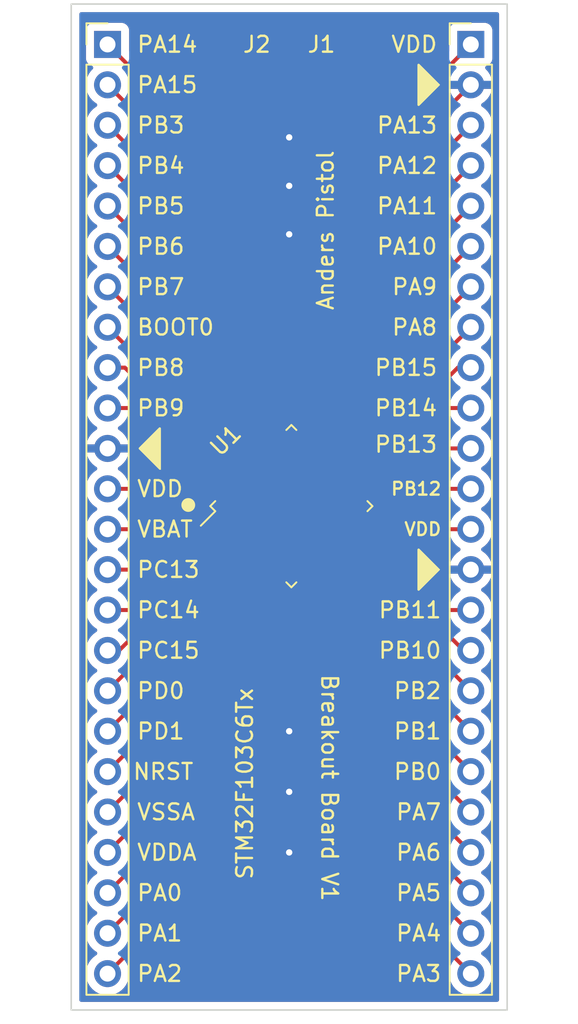
<source format=kicad_pcb>
(kicad_pcb (version 20211014) (generator pcbnew)
  (layers (0 "F.Cu" signal) (31 "B.Cu" signal) (34 "B.Paste" user) (35 "F.Paste" user) (36 "B.SilkS" user "B.Silkscreen") (37 "F.SilkS" user "F.Silkscreen") (38 "B.Mask" user) (39 "F.Mask" user) (44 "Edge.Cuts" user))
  (net 0 "")
  (net 1 "Net-(U1-Pad36)")
  (net 2 "Net-(J1-Pad5)")
  (net 3 "Net-(J1-Pad4)")
  (net 4 "Net-(J1-Pad3)")
  (net 5 "Net-(U1-Pad27)")
  (net 6 "Net-(U1-Pad28)")
  (net 7 "Net-(U1-Pad29)")
  (net 8 "Net-(U1-Pad30)")
  (net 9 "Net-(U1-Pad31)")
  (net 10 "Net-(J1-Pad16)")
  (net 11 "Net-(J1-Pad15)")
  (net 12 "Net-(U1-Pad24)")
  (net 13 "Net-(J1-Pad12)")
  (net 14 "Net-(U1-Pad26)")
  (net 15 "Net-(J1-Pad19)")
  (net 16 "Net-(J1-Pad18)")
  (net 17 "Net-(J1-Pad17)")
  (net 18 "Net-(U1-Pad13)")
  (net 19 "Net-(U1-Pad14)")
  (net 20 "Net-(U1-Pad15)")
  (net 21 "Net-(U1-Pad16)")
  (net 22 "Net-(U1-Pad17)")
  (net 23 "Net-(J2-Pad22)")
  (net 24 "Net-(J2-Pad23)")
  (net 25 "Net-(J2-Pad24)")
  (net 26 "Net-(J2-Pad17)")
  (net 27 "Net-(U1-Pad6)")
  (net 28 "Net-(U1-Pad7)")
  (net 29 "Net-(U1-Pad8)")
  (net 30 "Net-(U1-Pad9)")
  (net 31 "Net-(J2-Pad14)")
  (net 32 "Net-(J2-Pad15)")
  (net 33 "Net-(J2-Pad16)")
  (net 34 "Net-(J2-Pad13)")
  (net 35 "Net-(J2-Pad12)")
  (net 36 "Net-(J2-Pad8)")
  (net 37 "Net-(J2-Pad9)")
  (net 38 "Net-(J2-Pad10)")
  (net 39 "Net-(U1-Pad40)")
  (net 40 "Net-(J2-Pad5)")
  (net 41 "Net-(J2-Pad6)")
  (net 42 "Net-(J2-Pad7)")
  (net 43 "Net-(U1-Pad39)")
  (net 44 "Net-(U1-Pad37)")
  (net 45 "Net-(U1-Pad38)")
  (net 46 "GND")
  (footprint "Package_QFP:LQFP-48_7x7mm_P0.5mm" (layer "F.Cu") (at 136.789231 98.624105 45)
    (fp_text reference "U1" (at 0 -5.85 45) (layer "F.SilkS"))
    (fp_text value "STM32F103C6Tx")
    (fp_line (start -3.16 3.61) (end -3.61 3.61) (layer "F.SilkS") (width 0.12))
    (fp_line (start 3.61 3.61) (end 3.61 3.16) (layer "F.SilkS") (width 0.12))
    (fp_line (start 3.16 3.61) (end 3.61 3.61) (layer "F.SilkS") (width 0.12))
    (fp_line (start -3.61 3.61) (end -3.61 3.16) (layer "F.SilkS") (width 0.12))
    (fp_line (start 3.61 -3.61) (end 3.61 -3.16) (layer "F.SilkS") (width 0.12))
    (fp_line (start -3.16 -3.61) (end -3.61 -3.61) (layer "F.SilkS") (width 0.12))
    (fp_line (start -3.61 -3.16) (end -4.9 -3.16) (layer "F.SilkS") (width 0.12))
    (fp_line (start 3.16 -3.61) (end 3.61 -3.61) (layer "F.SilkS") (width 0.12))
    (fp_line (start -3.61 -3.61) (end -3.61 -3.16) (layer "F.SilkS") (width 0.12))
    (pad "1" smd roundrect (at -4.1625 -2.75 45) (size 1.475 0.3) (layers "F.Cu" "F.Paste" "F.Mask") (net 34 "Net-(J2-Pad13)"))
    (pad "2" smd roundrect (at -4.1625 -2.25 45) (size 1.475 0.3) (layers "F.Cu" "F.Paste" "F.Mask") (net 31 "Net-(J2-Pad14)"))
    (pad "3" smd roundrect (at -4.1625 -1.75 45) (size 1.475 0.3) (layers "F.Cu" "F.Paste" "F.Mask") (net 32 "Net-(J2-Pad15)"))
    (pad "4" smd roundrect (at -4.1625 -1.25 45) (size 1.475 0.3) (layers "F.Cu" "F.Paste" "F.Mask") (net 33 "Net-(J2-Pad16)"))
    (pad "5" smd roundrect (at -4.1625 -0.75 45) (size 1.475 0.3) (layers "F.Cu" "F.Paste" "F.Mask") (net 26 "Net-(J2-Pad17)"))
    (pad "6" smd roundrect (at -4.1625 -0.25 45) (size 1.475 0.3) (layers "F.Cu" "F.Paste" "F.Mask") (net 27 "Net-(U1-Pad6)"))
    (pad "7" smd roundrect (at -4.1625 0.25 45) (size 1.475 0.3) (layers "F.Cu" "F.Paste" "F.Mask") (net 28 "Net-(U1-Pad7)"))
    (pad "8" smd roundrect (at -4.1625 0.75 45) (size 1.475 0.3) (layers "F.Cu" "F.Paste" "F.Mask") (net 29 "Net-(U1-Pad8)"))
    (pad "9" smd roundrect (at -4.1625 1.25 45) (size 1.475 0.3) (layers "F.Cu" "F.Paste" "F.Mask") (net 30 "Net-(U1-Pad9)"))
    (pad "10" smd roundrect (at -4.1625 1.75 45) (size 1.475 0.3) (layers "F.Cu" "F.Paste" "F.Mask") (net 23 "Net-(J2-Pad22)"))
    (pad "11" smd roundrect (at -4.1625 2.25 45) (size 1.475 0.3) (layers "F.Cu" "F.Paste" "F.Mask") (net 24 "Net-(J2-Pad23)"))
    (pad "12" smd roundrect (at -4.1625 2.75 45) (size 1.475 0.3) (layers "F.Cu" "F.Paste" "F.Mask") (net 25 "Net-(J2-Pad24)"))
    (pad "13" smd roundrect (at -2.75 4.1625 45) (size 0.3 1.475) (layers "F.Cu" "F.Paste" "F.Mask") (net 18 "Net-(U1-Pad13)"))
    (pad "14" smd roundrect (at -2.25 4.1625 45) (size 0.3 1.475) (layers "F.Cu" "F.Paste" "F.Mask") (net 19 "Net-(U1-Pad14)"))
    (pad "15" smd roundrect (at -1.75 4.1625 45) (size 0.3 1.475) (layers "F.Cu" "F.Paste" "F.Mask") (net 20 "Net-(U1-Pad15)"))
    (pad "16" smd roundrect (at -1.25 4.1625 45) (size 0.3 1.475) (layers "F.Cu" "F.Paste" "F.Mask") (net 21 "Net-(U1-Pad16)"))
    (pad "17" smd roundrect (at -0.75 4.1625 45) (size 0.3 1.475) (layers "F.Cu" "F.Paste" "F.Mask") (net 22 "Net-(U1-Pad17)"))
    (pad "18" smd roundrect (at -0.25 4.1625 45) (size 0.3 1.475) (layers "F.Cu" "F.Paste" "F.Mask") (net 15 "Net-(J1-Pad19)"))
    (pad "19" smd roundrect (at 0.25 4.1625 45) (size 0.3 1.475) (layers "F.Cu" "F.Paste" "F.Mask") (net 16 "Net-(J1-Pad18)"))
    (pad "20" smd roundrect (at 0.75 4.1625 45) (size 0.3 1.475) (layers "F.Cu" "F.Paste" "F.Mask") (net 17 "Net-(J1-Pad17)"))
    (pad "21" smd roundrect (at 1.25 4.1625 45) (size 0.3 1.475) (layers "F.Cu" "F.Paste" "F.Mask") (net 10 "Net-(J1-Pad16)"))
    (pad "22" smd roundrect (at 1.75 4.1625 45) (size 0.3 1.475) (layers "F.Cu" "F.Paste" "F.Mask") (net 11 "Net-(J1-Pad15)"))
    (pad "23" smd roundrect (at 2.25 4.1625 45) (size 0.3 1.475) (layers "F.Cu" "F.Paste" "F.Mask") (net 46 "GND"))
    (pad "24" smd roundrect (at 2.75 4.1625 45) (size 0.3 1.475) (layers "F.Cu" "F.Paste" "F.Mask") (net 12 "Net-(U1-Pad24)"))
    (pad "25" smd roundrect (at 4.1625 2.75 45) (size 1.475 0.3) (layers "F.Cu" "F.Paste" "F.Mask") (net 13 "Net-(J1-Pad12)"))
    (pad "26" smd roundrect (at 4.1625 2.25 45) (size 1.475 0.3) (layers "F.Cu" "F.Paste" "F.Mask") (net 14 "Net-(U1-Pad26)"))
    (pad "27" smd roundrect (at 4.1625 1.75 45) (size 1.475 0.3) (layers "F.Cu" "F.Paste" "F.Mask") (net 5 "Net-(U1-Pad27)"))
    (pad "28" smd roundrect (at 4.1625 1.25 45) (size 1.475 0.3) (layers "F.Cu" "F.Paste" "F.Mask") (net 6 "Net-(U1-Pad28)"))
    (pad "29" smd roundrect (at 4.1625 0.75 45) (size 1.475 0.3) (layers "F.Cu" "F.Paste" "F.Mask") (net 7 "Net-(U1-Pad29)"))
    (pad "30" smd roundrect (at 4.1625 0.25 45) (size 1.475 0.3) (layers "F.Cu" "F.Paste" "F.Mask") (net 8 "Net-(U1-Pad30)"))
    (pad "31" smd roundrect (at 4.1625 -0.25 45) (size 1.475 0.3) (layers "F.Cu" "F.Paste" "F.Mask") (net 9 "Net-(U1-Pad31)"))
    (pad "32" smd roundrect (at 4.1625 -0.75 45) (size 1.475 0.3) (layers "F.Cu" "F.Paste" "F.Mask") (net 2 "Net-(J1-Pad5)"))
    (pad "33" smd roundrect (at 4.1625 -1.25 45) (size 1.475 0.3) (layers "F.Cu" "F.Paste" "F.Mask") (net 3 "Net-(J1-Pad4)"))
    (pad "34" smd roundrect (at 4.1625 -1.75 45) (size 1.475 0.3) (layers "F.Cu" "F.Paste" "F.Mask") (net 4 "Net-(J1-Pad3)"))
    (pad "35" smd roundrect (at 4.1625 -2.25 45) (size 1.475 0.3) (layers "F.Cu" "F.Paste" "F.Mask") (net 46 "GND"))
    (pad "36" smd roundrect (at 4.1625 -2.75 45) (size 1.475 0.3) (layers "F.Cu" "F.Paste" "F.Mask") (net 1 "Net-(U1-Pad36)"))
    (pad "37" smd roundrect (at 2.75 -4.1625 45) (size 0.3 1.475) (layers "F.Cu" "F.Paste" "F.Mask") (net 44 "Net-(U1-Pad37)"))
    (pad "38" smd roundrect (at 2.25 -4.1625 45) (size 0.3 1.475) (layers "F.Cu" "F.Paste" "F.Mask") (net 45 "Net-(U1-Pad38)"))
    (pad "39" smd roundrect (at 1.75 -4.1625 45) (size 0.3 1.475) (layers "F.Cu" "F.Paste" "F.Mask") (net 43 "Net-(U1-Pad39)"))
    (pad "40" smd roundrect (at 1.25 -4.1625 45) (size 0.3 1.475) (layers "F.Cu" "F.Paste" "F.Mask") (net 39 "Net-(U1-Pad40)"))
    (pad "41" smd roundrect (at 0.75 -4.1625 45) (size 0.3 1.475) (layers "F.Cu" "F.Paste" "F.Mask") (net 40 "Net-(J2-Pad5)"))
    (pad "42" smd roundrect (at 0.25 -4.1625 45) (size 0.3 1.475) (layers "F.Cu" "F.Paste" "F.Mask") (net 41 "Net-(J2-Pad6)"))
    (pad "43" smd roundrect (at -0.25 -4.1625 45) (size 0.3 1.475) (layers "F.Cu" "F.Paste" "F.Mask") (net 42 "Net-(J2-Pad7)"))
    (pad "44" smd roundrect (at -0.75 -4.1625 45) (size 0.3 1.475) (layers "F.Cu" "F.Paste" "F.Mask") (net 36 "Net-(J2-Pad8)"))
    (pad "45" smd roundrect (at -1.25 -4.1625 45) (size 0.3 1.475) (layers "F.Cu" "F.Paste" "F.Mask") (net 37 "Net-(J2-Pad9)"))
    (pad "46" smd roundrect (at -1.75 -4.1625 45) (size 0.3 1.475) (layers "F.Cu" "F.Paste" "F.Mask") (net 38 "Net-(J2-Pad10)"))
    (pad "47" smd roundrect (at -2.25 -4.1625 45) (size 0.3 1.475) (layers "F.Cu" "F.Paste" "F.Mask") (net 46 "GND"))
    (pad "48" smd roundrect (at -2.75 -4.1625 45) (size 0.3 1.475) (layers "F.Cu" "F.Paste" "F.Mask") (net 35 "Net-(J2-Pad12)"))
  )
  (footprint "Connector_PinHeader_2.54mm:PinHeader_1x24_P2.54mm_Vertical" (layer "F.Cu") (at 125.222 69.596)
    (fp_text reference "J2" (at 9.398 0) (layer "F.SilkS"))
    (fp_text value "Conn_01x24_Male")
    (fp_line (start -1.33 59.75) (end 1.33 59.75) (layer "F.SilkS") (width 0.12))
    (fp_line (start 1.33 1.27) (end 1.33 59.75) (layer "F.SilkS") (width 0.12))
    (fp_line (start -1.33 -1.33) (end 0 -1.33) (layer "F.SilkS") (width 0.12))
    (fp_line (start -1.33 1.27) (end 1.33 1.27) (layer "F.SilkS") (width 0.12))
    (fp_line (start -1.33 1.27) (end -1.33 59.75) (layer "F.SilkS") (width 0.12))
    (fp_line (start -1.33 0) (end -1.33 -1.33) (layer "F.SilkS") (width 0.12))
    (pad "1" thru_hole rect (at 0 0) (size 1.7 1.7) (drill 1) (layers *.Cu *.Mask) (net 44 "Net-(U1-Pad37)"))
    (pad "2" thru_hole oval (at 0 2.54) (size 1.7 1.7) (drill 1) (layers *.Cu *.Mask) (net 45 "Net-(U1-Pad38)"))
    (pad "3" thru_hole oval (at 0 5.08) (size 1.7 1.7) (drill 1) (layers *.Cu *.Mask) (net 43 "Net-(U1-Pad39)"))
    (pad "4" thru_hole oval (at 0 7.62) (size 1.7 1.7) (drill 1) (layers *.Cu *.Mask) (net 39 "Net-(U1-Pad40)"))
    (pad "5" thru_hole oval (at 0 10.16) (size 1.7 1.7) (drill 1) (layers *.Cu *.Mask) (net 40 "Net-(J2-Pad5)"))
    (pad "6" thru_hole oval (at 0 12.7) (size 1.7 1.7) (drill 1) (layers *.Cu *.Mask) (net 41 "Net-(J2-Pad6)"))
    (pad "7" thru_hole oval (at 0 15.24) (size 1.7 1.7) (drill 1) (layers *.Cu *.Mask) (net 42 "Net-(J2-Pad7)"))
    (pad "8" thru_hole oval (at 0 17.78) (size 1.7 1.7) (drill 1) (layers *.Cu *.Mask) (net 36 "Net-(J2-Pad8)"))
    (pad "9" thru_hole oval (at 0 20.32) (size 1.7 1.7) (drill 1) (layers *.Cu *.Mask) (net 37 "Net-(J2-Pad9)"))
    (pad "10" thru_hole oval (at 0 22.86) (size 1.7 1.7) (drill 1) (layers *.Cu *.Mask) (net 38 "Net-(J2-Pad10)"))
    (pad "11" thru_hole oval (at 0 25.4) (size 1.7 1.7) (drill 1) (layers *.Cu *.Mask) (net 46 "GND"))
    (pad "12" thru_hole oval (at 0 27.94) (size 1.7 1.7) (drill 1) (layers *.Cu *.Mask) (net 35 "Net-(J2-Pad12)"))
    (pad "13" thru_hole oval (at 0 30.48) (size 1.7 1.7) (drill 1) (layers *.Cu *.Mask) (net 34 "Net-(J2-Pad13)"))
    (pad "14" thru_hole oval (at 0 33.02) (size 1.7 1.7) (drill 1) (layers *.Cu *.Mask) (net 31 "Net-(J2-Pad14)"))
    (pad "15" thru_hole oval (at 0 35.56) (size 1.7 1.7) (drill 1) (layers *.Cu *.Mask) (net 32 "Net-(J2-Pad15)"))
    (pad "16" thru_hole oval (at 0 38.1) (size 1.7 1.7) (drill 1) (layers *.Cu *.Mask) (net 33 "Net-(J2-Pad16)"))
    (pad "17" thru_hole oval (at 0 40.64) (size 1.7 1.7) (drill 1) (layers *.Cu *.Mask) (net 26 "Net-(J2-Pad17)"))
    (pad "18" thru_hole oval (at 0 43.18) (size 1.7 1.7) (drill 1) (layers *.Cu *.Mask) (net 27 "Net-(U1-Pad6)"))
    (pad "19" thru_hole oval (at 0 45.72) (size 1.7 1.7) (drill 1) (layers *.Cu *.Mask) (net 28 "Net-(U1-Pad7)"))
    (pad "20" thru_hole oval (at 0 48.26) (size 1.7 1.7) (drill 1) (layers *.Cu *.Mask) (net 29 "Net-(U1-Pad8)"))
    (pad "21" thru_hole oval (at 0 50.8) (size 1.7 1.7) (drill 1) (layers *.Cu *.Mask) (net 30 "Net-(U1-Pad9)"))
    (pad "22" thru_hole oval (at 0 53.34) (size 1.7 1.7) (drill 1) (layers *.Cu *.Mask) (net 23 "Net-(J2-Pad22)"))
    (pad "23" thru_hole oval (at 0 55.88) (size 1.7 1.7) (drill 1) (layers *.Cu *.Mask) (net 24 "Net-(J2-Pad23)"))
    (pad "24" thru_hole oval (at 0 58.42) (size 1.7 1.7) (drill 1) (layers *.Cu *.Mask) (net 25 "Net-(J2-Pad24)"))
  )
  (footprint "Connector_PinHeader_2.54mm:PinHeader_1x24_P2.54mm_Vertical" (layer "F.Cu") (at 148.082 69.596)
    (fp_text reference "J1" (at -9.398 0) (layer "F.SilkS"))
    (fp_text value "Conn_01x24_Male")
    (fp_line (start 1.33 1.27) (end 1.33 59.75) (layer "F.SilkS") (width 0.12))
    (fp_line (start -1.33 59.75) (end 1.33 59.75) (layer "F.SilkS") (width 0.12))
    (fp_line (start -1.33 0) (end -1.33 -1.33) (layer "F.SilkS") (width 0.12))
    (fp_line (start -1.33 -1.33) (end 0 -1.33) (layer "F.SilkS") (width 0.12))
    (fp_line (start -1.33 1.27) (end -1.33 59.75) (layer "F.SilkS") (width 0.12))
    (fp_line (start -1.33 1.27) (end 1.33 1.27) (layer "F.SilkS") (width 0.12))
    (pad "1" thru_hole rect (at 0 0) (size 1.7 1.7) (drill 1) (layers *.Cu *.Mask) (net 1 "Net-(U1-Pad36)"))
    (pad "2" thru_hole oval (at 0 2.54) (size 1.7 1.7) (drill 1) (layers *.Cu *.Mask) (net 46 "GND"))
    (pad "3" thru_hole oval (at 0 5.08) (size 1.7 1.7) (drill 1) (layers *.Cu *.Mask) (net 4 "Net-(J1-Pad3)"))
    (pad "4" thru_hole oval (at 0 7.62) (size 1.7 1.7) (drill 1) (layers *.Cu *.Mask) (net 3 "Net-(J1-Pad4)"))
    (pad "5" thru_hole oval (at 0 10.16) (size 1.7 1.7) (drill 1) (layers *.Cu *.Mask) (net 2 "Net-(J1-Pad5)"))
    (pad "6" thru_hole oval (at 0 12.7) (size 1.7 1.7) (drill 1) (layers *.Cu *.Mask) (net 9 "Net-(U1-Pad31)"))
    (pad "7" thru_hole oval (at 0 15.24) (size 1.7 1.7) (drill 1) (layers *.Cu *.Mask) (net 8 "Net-(U1-Pad30)"))
    (pad "8" thru_hole oval (at 0 17.78) (size 1.7 1.7) (drill 1) (layers *.Cu *.Mask) (net 7 "Net-(U1-Pad29)"))
    (pad "9" thru_hole oval (at 0 20.32) (size 1.7 1.7) (drill 1) (layers *.Cu *.Mask) (net 6 "Net-(U1-Pad28)"))
    (pad "10" thru_hole oval (at 0 22.86) (size 1.7 1.7) (drill 1) (layers *.Cu *.Mask) (net 5 "Net-(U1-Pad27)"))
    (pad "11" thru_hole oval (at 0 25.4) (size 1.7 1.7) (drill 1) (layers *.Cu *.Mask) (net 14 "Net-(U1-Pad26)"))
    (pad "12" thru_hole oval (at 0 27.94) (size 1.7 1.7) (drill 1) (layers *.Cu *.Mask) (net 13 "Net-(J1-Pad12)"))
    (pad "13" thru_hole oval (at 0 30.48) (size 1.7 1.7) (drill 1) (layers *.Cu *.Mask) (net 12 "Net-(U1-Pad24)"))
    (pad "14" thru_hole oval (at 0 33.02) (size 1.7 1.7) (drill 1) (layers *.Cu *.Mask) (net 46 "GND"))
    (pad "15" thru_hole oval (at 0 35.56) (size 1.7 1.7) (drill 1) (layers *.Cu *.Mask) (net 11 "Net-(J1-Pad15)"))
    (pad "16" thru_hole oval (at 0 38.1) (size 1.7 1.7) (drill 1) (layers *.Cu *.Mask) (net 10 "Net-(J1-Pad16)"))
    (pad "17" thru_hole oval (at 0 40.64) (size 1.7 1.7) (drill 1) (layers *.Cu *.Mask) (net 17 "Net-(J1-Pad17)"))
    (pad "18" thru_hole oval (at 0 43.18) (size 1.7 1.7) (drill 1) (layers *.Cu *.Mask) (net 16 "Net-(J1-Pad18)"))
    (pad "19" thru_hole oval (at 0 45.72) (size 1.7 1.7) (drill 1) (layers *.Cu *.Mask) (net 15 "Net-(J1-Pad19)"))
    (pad "20" thru_hole oval (at 0 48.26) (size 1.7 1.7) (drill 1) (layers *.Cu *.Mask) (net 22 "Net-(U1-Pad17)"))
    (pad "21" thru_hole oval (at 0 50.8) (size 1.7 1.7) (drill 1) (layers *.Cu *.Mask) (net 21 "Net-(U1-Pad16)"))
    (pad "22" thru_hole oval (at 0 53.34) (size 1.7 1.7) (drill 1) (layers *.Cu *.Mask) (net 20 "Net-(U1-Pad15)"))
    (pad "23" thru_hole oval (at 0 55.88) (size 1.7 1.7) (drill 1) (layers *.Cu *.Mask) (net 19 "Net-(U1-Pad14)"))
    (pad "24" thru_hole oval (at 0 58.42) (size 1.7 1.7) (drill 1) (layers *.Cu *.Mask) (net 18 "Net-(U1-Pad13)"))
  )
  (gr_circle (center 130.302 98.552) (end 130.66121 98.552) (layer "F.SilkS") (width 0.15) (fill solid))
  (gr_poly (pts (xy 127.254 94.996) (xy 128.507765 93.742236) (xy 128.507765 96.249765)) (layer "F.SilkS") (width 0.15) (fill solid))
  (gr_poly (pts (xy 146.05 102.616) (xy 144.796235 103.869764) (xy 144.796235 101.362235)) (layer "F.SilkS") (width 0.15) (fill solid))
  (gr_poly (pts (xy 146.05 72.136) (xy 144.796235 73.389764) (xy 144.796235 70.882235)) (layer "F.SilkS") (width 0.15) (fill solid))
  (gr_rect (start 122.936 67.056) (end 150.368 130.302) (layer "Edge.Cuts") (width 0.1) (fill none))
  (gr_text "PA4" (at 146.304 125.476) (layer "F.SilkS") (effects (font (size 1 1)) (justify right)))
  (gr_text "PB8" (at 127 89.916) (layer "F.SilkS") (effects (font (size 1 1)) (justify left)))
  (gr_text "PB13" (at 146.05 94.742) (layer "F.SilkS") (effects (font (size 1 1)) (justify right)))
  (gr_text "PA8" (at 146.05 87.376) (layer "F.SilkS") (effects (font (size 1 1)) (justify right)))
  (gr_text "Breakout Board V1" (at 139.192 116.332 270) (layer "F.SilkS") (effects (font (size 1 1))))
  (gr_text "PB10" (at 146.304 107.696) (layer "F.SilkS") (effects (font (size 1 1)) (justify right)))
  (gr_text "STM32F103C6Tx" (at 133.858 116.078 90) (layer "F.SilkS") (effects (font (size 1 1))))
  (gr_text "PC15" (at 127 107.696) (layer "F.SilkS") (effects (font (size 1 1)) (justify left)))
  (gr_text "PB4" (at 127 77.216) (layer "F.SilkS") (effects (font (size 1 1)) (justify left)))
  (gr_text "PA9" (at 146.05 84.836) (layer "F.SilkS") (effects (font (size 1 1)) (justify right)))
  (gr_text "PB12" (at 146.304 97.536) (layer "F.SilkS") (effects (font (size 0.8 0.8)) (justify right)))
  (gr_text "PA12" (at 146.05 77.216) (layer "F.SilkS") (effects (font (size 1 1)) (justify right)))
  (gr_text "PB15" (at 146.05 89.916) (layer "F.SilkS") (effects (font (size 1 1)) (justify right)))
  (gr_text "PA2" (at 127 128.016) (layer "F.SilkS") (effects (font (size 1 1)) (justify left)))
  (gr_text "PB11" (at 146.304 105.156) (layer "F.SilkS") (effects (font (size 1 1)) (justify right)))
  (gr_text "PC14" (at 127 105.156) (layer "F.SilkS") (effects (font (size 1 1)) (justify left)))
  (gr_text "PB5" (at 127 79.756) (layer "F.SilkS") (effects (font (size 1 1)) (justify left)))
  (gr_text "PB7" (at 127 84.836) (layer "F.SilkS") (effects (font (size 1 1)) (justify left)))
  (gr_text "PD0" (at 127 110.236) (layer "F.SilkS") (effects (font (size 1 1)) (justify left)))
  (gr_text "PA11" (at 146.05 79.756) (layer "F.SilkS") (effects (font (size 1 1)) (justify right)))
  (gr_text "Anders Pistol" (at 138.938 81.28 90) (layer "F.SilkS") (effects (font (size 1 1))))
  (gr_text "PA1" (at 127 125.476) (layer "F.SilkS") (effects (font (size 1 1)) (justify left)))
  (gr_text "PC13" (at 127 102.616) (layer "F.SilkS") (effects (font (size 1 1)) (justify left)))
  (gr_text "VDD" (at 146.05 69.596) (layer "F.SilkS") (effects (font (size 1 1)) (justify right)))
  (gr_text "BOOT0" (at 127 87.376) (layer "F.SilkS") (effects (font (size 1 1)) (justify left)))
  (gr_text "PA10" (at 146.05 82.296) (layer "F.SilkS") (effects (font (size 1 1)) (justify right)))
  (gr_text "PB14" (at 146.05 92.456) (layer "F.SilkS") (effects (font (size 1 1)) (justify right)))
  (gr_text "PA15" (at 127 72.136) (layer "F.SilkS") (effects (font (size 1 1)) (justify left)))
  (gr_text "PA0" (at 127 122.936) (layer "F.SilkS") (effects (font (size 1 1)) (justify left)))
  (gr_text "PA5" (at 146.304 122.936) (layer "F.SilkS") (effects (font (size 1 1)) (justify right)))
  (gr_text "PA6" (at 146.304 120.396) (layer "F.SilkS") (effects (font (size 1 1)) (justify right)))
  (gr_text "PA14" (at 127 69.596) (layer "F.SilkS") (effects (font (size 1 1)) (justify left)))
  (gr_text "PB9" (at 127 92.456) (layer "F.SilkS") (effects (font (size 1 1)) (justify left)))
  (gr_text "PB2" (at 146.304 110.236) (layer "F.SilkS") (effects (font (size 1 1)) (justify right)))
  (gr_text "VDD" (at 127 97.536) (layer "F.SilkS") (effects (font (size 1 1)) (justify left)))
  (gr_text "PB3" (at 127 74.676) (layer "F.SilkS") (effects (font (size 1 1)) (justify left)))
  (gr_text "PA7" (at 146.304 117.856) (layer "F.SilkS") (effects (font (size 1 1)) (justify right)))
  (gr_text "PB1" (at 146.304 112.776) (layer "F.SilkS") (effects (font (size 1 1)) (justify right)))
  (gr_text "PD1" (at 127 112.776) (layer "F.SilkS") (effects (font (size 1 1)) (justify left)))
  (gr_text "PB6" (at 127 82.296) (layer "F.SilkS") (effects (font (size 1 1)) (justify left)))
  (gr_text "PA13" (at 146.05 74.676) (layer "F.SilkS") (effects (font (size 1 1)) (justify right)))
  (gr_text "NRST" (at 126.746 115.316) (layer "F.SilkS") (effects (font (size 1 1)) (justify left)))
  (gr_text "VBAT" (at 127 100.076) (layer "F.SilkS") (effects (font (size 1 1)) (justify left)))
  (gr_text "VDDA" (at 127 120.396) (layer "F.SilkS") (effects (font (size 1 1)) (justify left)))
  (gr_text "PA3" (at 146.304 128.016) (layer "F.SilkS") (effects (font (size 1 1)) (justify right)))
  (gr_text "VSSA" (at 127 117.856) (layer "F.SilkS") (effects (font (size 1 1)) (justify left)))
  (gr_text "VDD" (at 146.304 100.076) (layer "F.SilkS") (effects (font (size 0.8 0.8)) (justify right)))
  (gr_text "PB0" (at 146.304 115.316) (layer "F.SilkS") (effects (font (size 1 1)) (justify right)))
  (segment (start 141.79048 75.88752) (end 148.082 69.596) (width 0.25) (layer "F.Cu") (net 1))
  (segment (start 141.79048 89.733768) (end 141.79048 75.88752) (width 0.25) (layer "F.Cu") (net 1))
  (segment (start 137.788019 93.736229) (end 141.79048 89.733768) (width 0.25) (layer "F.Cu") (net 1))
  (segment (start 143.764 84.074) (end 148.082 79.756) (width 0.25) (layer "F.Cu") (net 2))
  (segment (start 139.202233 95.150443) (end 143.764 90.588676) (width 0.25) (layer "F.Cu") (net 2))
  (segment (start 143.764 90.588676) (end 143.764 84.074) (width 0.25) (layer "F.Cu") (net 2))
  (segment (start 143.256 90.38957) (end 143.256 82.042) (width 0.25) (layer "F.Cu") (net 3))
  (segment (start 143.256 82.042) (end 148.082 77.216) (width 0.25) (layer "F.Cu") (net 3))
  (segment (start 138.84868 94.79689) (end 143.256 90.38957) (width 0.25) (layer "F.Cu") (net 3))
  (segment (start 142.748 90.190462) (end 142.748 80.01) (width 0.25) (layer "F.Cu") (net 4))
  (segment (start 138.495126 94.443336) (end 142.748 90.190462) (width 0.25) (layer "F.Cu") (net 4))
  (segment (start 142.748 80.01) (end 148.082 74.676) (width 0.25) (layer "F.Cu") (net 4))
  (segment (start 145.43221 92.456) (end 148.082 92.456) (width 0.25) (layer "F.Cu") (net 5))
  (segment (start 140.97 96.91821) (end 145.43221 92.456) (width 0.25) (layer "F.Cu") (net 5))
  (segment (start 140.616446 96.564656) (end 147.265102 89.916) (width 0.25) (layer "F.Cu") (net 6))
  (segment (start 147.265102 89.916) (end 148.082 89.916) (width 0.25) (layer "F.Cu") (net 6))
  (segment (start 145.288 91.185996) (end 145.288 90.17) (width 0.25) (layer "F.Cu") (net 7))
  (segment (start 140.262893 96.211103) (end 145.288 91.185996) (width 0.25) (layer "F.Cu") (net 7))
  (segment (start 145.288 90.17) (end 148.082 87.376) (width 0.25) (layer "F.Cu") (net 7))
  (segment (start 139.90934 95.85755) (end 144.78 90.98689) (width 0.25) (layer "F.Cu") (net 8))
  (segment (start 144.78 88.138) (end 148.082 84.836) (width 0.25) (layer "F.Cu") (net 8))
  (segment (start 144.78 90.98689) (end 144.78 88.138) (width 0.25) (layer "F.Cu") (net 8))
  (segment (start 139.555786 95.503996) (end 144.272 90.787782) (width 0.25) (layer "F.Cu") (net 9))
  (segment (start 144.272 90.787782) (end 144.272 86.106) (width 0.25) (layer "F.Cu") (net 9))
  (segment (start 144.272 86.106) (end 148.082 82.296) (width 0.25) (layer "F.Cu") (net 9))
  (segment (start 147.628892 107.696) (end 148.082 107.696) (width 0.25) (layer "F.Cu") (net 10))
  (segment (start 140.616446 100.683554) (end 147.628892 107.696) (width 0.25) (layer "F.Cu") (net 10))
  (segment (start 145.796 105.156) (end 148.082 105.156) (width 0.25) (layer "F.Cu") (net 11))
  (segment (start 140.97 100.33) (end 145.796 105.156) (width 0.25) (layer "F.Cu") (net 11))
  (segment (start 142.130214 100.076) (end 148.082 100.076) (width 0.25) (layer "F.Cu") (net 12))
  (segment (start 141.677107 99.622893) (end 142.130214 100.076) (width 0.25) (layer "F.Cu") (net 12))
  (segment (start 141.677107 97.625317) (end 141.766424 97.536) (width 0.25) (layer "F.Cu") (net 13))
  (segment (start 141.766424 97.536) (end 148.082 97.536) (width 0.25) (layer "F.Cu") (net 13))
  (segment (start 143.599316 94.996) (end 148.082 94.996) (width 0.25) (layer "F.Cu") (net 14))
  (segment (start 141.323553 97.271763) (end 143.599316 94.996) (width 0.25) (layer "F.Cu") (net 14))
  (segment (start 144.272 106.460428) (end 144.272 111.506) (width 0.25) (layer "F.Cu") (net 15))
  (segment (start 139.555786 101.744214) (end 144.272 106.460428) (width 0.25) (layer "F.Cu") (net 15))
  (segment (start 144.272 111.506) (end 148.082 115.316) (width 0.25) (layer "F.Cu") (net 15))
  (segment (start 144.78 106.26132) (end 144.78 109.474) (width 0.25) (layer "F.Cu") (net 16))
  (segment (start 139.90934 101.39066) (end 144.78 106.26132) (width 0.25) (layer "F.Cu") (net 16))
  (segment (start 144.78 109.474) (end 148.082 112.776) (width 0.25) (layer "F.Cu") (net 16))
  (segment (start 145.288 106.062214) (end 145.288 107.442) (width 0.25) (layer "F.Cu") (net 17))
  (segment (start 145.288 107.442) (end 148.082 110.236) (width 0.25) (layer "F.Cu") (net 17))
  (segment (start 140.262893 101.037107) (end 145.288 106.062214) (width 0.25) (layer "F.Cu") (net 17))
  (segment (start 141.96592 107.653846) (end 141.96592 121.89992) (width 0.25) (layer "F.Cu") (net 18))
  (segment (start 137.788019 103.511981) (end 137.824055 103.511981) (width 0.25) (layer "F.Cu") (net 18))
  (segment (start 141.96592 121.89992) (end 148.082 128.016) (width 0.25) (layer "F.Cu") (net 18))
  (segment (start 137.824055 103.511981) (end 141.96592 107.653846) (width 0.25) (layer "F.Cu") (net 18))
  (segment (start 142.41544 107.432294) (end 142.41544 119.80944) (width 0.25) (layer "F.Cu") (net 19))
  (segment (start 142.41544 119.80944) (end 148.082 125.476) (width 0.25) (layer "F.Cu") (net 19))
  (segment (start 138.141573 103.158427) (end 142.41544 107.432294) (width 0.25) (layer "F.Cu") (net 19))
  (segment (start 138.495126 102.804874) (end 142.86496 107.174708) (width 0.25) (layer "F.Cu") (net 20))
  (segment (start 142.86496 117.71896) (end 148.082 122.936) (width 0.25) (layer "F.Cu") (net 20))
  (segment (start 142.86496 107.174708) (end 142.86496 117.71896) (width 0.25) (layer "F.Cu") (net 20))
  (segment (start 138.884714 102.45132) (end 143.31448 106.881086) (width 0.25) (layer "F.Cu") (net 21))
  (segment (start 138.84868 102.45132) (end 138.884714 102.45132) (width 0.25) (layer "F.Cu") (net 21))
  (segment (start 143.31448 106.881086) (end 143.31448 115.62848) (width 0.25) (layer "F.Cu") (net 21))
  (segment (start 143.31448 115.62848) (end 148.082 120.396) (width 0.25) (layer "F.Cu") (net 21))
  (segment (start 139.202233 102.097767) (end 143.764 106.659534) (width 0.25) (layer "F.Cu") (net 22))
  (segment (start 143.764 113.538) (end 148.082 117.856) (width 0.25) (layer "F.Cu") (net 22))
  (segment (start 143.764 106.659534) (end 143.764 113.538) (width 0.25) (layer "F.Cu") (net 22))
  (segment (start 135.083336 102.804874) (end 129.98952 107.89869) (width 0.25) (layer "F.Cu") (net 23))
  (segment (start 129.98952 118.16848) (end 125.222 122.936) (width 0.25) (layer "F.Cu") (net 23))
  (segment (start 129.98952 107.89869) (end 129.98952 118.16848) (width 0.25) (layer "F.Cu") (net 23))
  (segment (start 130.556 120.142) (end 125.222 125.476) (width 0.25) (layer "F.Cu") (net 24))
  (segment (start 130.556 108.039316) (end 130.556 120.142) (width 0.25) (layer "F.Cu") (net 24))
  (segment (start 135.436889 103.158427) (end 130.556 108.039316) (width 0.25) (layer "F.Cu") (net 24))
  (segment (start 131.00552 122.23248) (end 125.222 128.016) (width 0.25) (layer "F.Cu") (net 25))
  (segment (start 131.00552 108.296904) (end 131.00552 122.23248) (width 0.25) (layer "F.Cu") (net 25))
  (segment (start 135.790443 103.511981) (end 131.00552 108.296904) (width 0.25) (layer "F.Cu") (net 25))
  (segment (start 127.508 107.95) (end 125.222 110.236) (width 0.25) (layer "F.Cu") (net 26))
  (segment (start 133.315569 101.037107) (end 127.508 106.844676) (width 0.25) (layer "F.Cu") (net 26))
  (segment (start 127.508 106.844676) (end 127.508 107.95) (width 0.25) (layer "F.Cu") (net 26))
  (segment (start 128.016 107.043782) (end 128.016 109.982) (width 0.25) (layer "F.Cu") (net 27))
  (segment (start 128.016 109.982) (end 125.222 112.776) (width 0.25) (layer "F.Cu") (net 27))
  (segment (start 133.669122 101.39066) (end 128.016 107.043782) (width 0.25) (layer "F.Cu") (net 27))
  (segment (start 128.46552 112.07248) (end 125.222 115.316) (width 0.25) (layer "F.Cu") (net 28))
  (segment (start 128.46552 107.30137) (end 128.46552 112.07248) (width 0.25) (layer "F.Cu") (net 28))
  (segment (start 134.022676 101.744214) (end 128.46552 107.30137) (width 0.25) (layer "F.Cu") (net 28))
  (segment (start 129.032 114.046) (end 125.222 117.856) (width 0.25) (layer "F.Cu") (net 29))
  (segment (start 129.032 107.441996) (end 129.032 114.046) (width 0.25) (layer "F.Cu") (net 29))
  (segment (start 134.376229 102.097767) (end 129.032 107.441996) (width 0.25) (layer "F.Cu") (net 29))
  (segment (start 134.729782 102.45132) (end 129.54 107.641102) (width 0.25) (layer "F.Cu") (net 30))
  (segment (start 129.54 116.078) (end 125.222 120.396) (width 0.25) (layer "F.Cu") (net 30))
  (segment (start 129.54 107.641102) (end 129.54 116.078) (width 0.25) (layer "F.Cu") (net 30))
  (segment (start 129.615356 102.616) (end 125.222 102.616) (width 0.25) (layer "F.Cu") (net 31))
  (segment (start 132.254909 99.976447) (end 129.615356 102.616) (width 0.25) (layer "F.Cu") (net 31))
  (segment (start 127.782462 105.156) (end 125.222 105.156) (width 0.25) (layer "F.Cu") (net 32))
  (segment (start 132.608462 100.33) (end 127.782462 105.156) (width 0.25) (layer "F.Cu") (net 32))
  (segment (start 125.94957 107.696) (end 125.222 107.696) (width 0.25) (layer "F.Cu") (net 33))
  (segment (start 132.962016 100.683554) (end 125.94957 107.696) (width 0.25) (layer "F.Cu") (net 33))
  (segment (start 131.901355 99.622893) (end 131.448248 100.076) (width 0.25) (layer "F.Cu") (net 34))
  (segment (start 131.448248 100.076) (end 125.222 100.076) (width 0.25) (layer "F.Cu") (net 34))
  (segment (start 131.901355 97.625317) (end 131.812038 97.536) (width 0.25) (layer "F.Cu") (net 35))
  (segment (start 131.812038 97.536) (end 125.222 97.536) (width 0.25) (layer "F.Cu") (net 35))
  (segment (start 127.508 89.662) (end 125.222 87.376) (width 0.25) (layer "F.Cu") (net 36))
  (segment (start 133.295103 96.211103) (end 127.508 90.424) (width 0.25) (layer "F.Cu") (net 36))
  (segment (start 133.315569 96.211103) (end 133.295103 96.211103) (width 0.25) (layer "F.Cu") (net 36))
  (segment (start 127.508 90.424) (end 127.508 89.662) (width 0.25) (layer "F.Cu") (net 36))
  (segment (start 126.31336 89.916) (end 125.222 89.916) (width 0.25) (layer "F.Cu") (net 37))
  (segment (start 132.962016 96.564656) (end 126.31336 89.916) (width 0.25) (layer "F.Cu") (net 37))
  (segment (start 128.146252 92.456) (end 125.222 92.456) (width 0.25) (layer "F.Cu") (net 38))
  (segment (start 132.608462 96.91821) (end 128.146252 92.456) (width 0.25) (layer "F.Cu") (net 38))
  (segment (start 129.36456 81.35856) (end 125.222 77.216) (width 0.25) (layer "F.Cu") (net 39))
  (segment (start 129.36456 89.431668) (end 129.36456 81.35856) (width 0.25) (layer "F.Cu") (net 39))
  (segment (start 134.729782 94.79689) (end 129.36456 89.431668) (width 0.25) (layer "F.Cu") (net 39))
  (segment (start 128.91504 83.44904) (end 125.222 79.756) (width 0.25) (layer "F.Cu") (net 40))
  (segment (start 134.376229 95.150443) (end 128.91504 89.689254) (width 0.25) (layer "F.Cu") (net 40))
  (segment (start 128.91504 89.689254) (end 128.91504 83.44904) (width 0.25) (layer "F.Cu") (net 40))
  (segment (start 128.46552 89.94684) (end 128.46552 85.53952) (width 0.25) (layer "F.Cu") (net 41))
  (segment (start 128.46552 85.53952) (end 125.222 82.296) (width 0.25) (layer "F.Cu") (net 41))
  (segment (start 134.022676 95.503996) (end 128.46552 89.94684) (width 0.25) (layer "F.Cu") (net 41))
  (segment (start 128.016 90.204428) (end 128.016 87.63) (width 0.25) (layer "F.Cu") (net 42))
  (segment (start 128.016 87.63) (end 125.222 84.836) (width 0.25) (layer "F.Cu") (net 42))
  (segment (start 133.669122 95.85755) (end 128.016 90.204428) (width 0.25) (layer "F.Cu") (net 42))
  (segment (start 135.083336 94.443336) (end 129.81408 89.17408) (width 0.25) (layer "F.Cu") (net 43))
  (segment (start 129.81408 79.26808) (end 125.222 74.676) (width 0.25) (layer "F.Cu") (net 43))
  (segment (start 129.81408 89.17408) (end 129.81408 79.26808) (width 0.25) (layer "F.Cu") (net 43))
  (segment (start 135.790443 93.736229) (end 130.71312 88.658906) (width 0.25) (layer "F.Cu") (net 44))
  (segment (start 130.71312 75.08712) (end 125.222 69.596) (width 0.25) (layer "F.Cu") (net 44))
  (segment (start 130.71312 88.658906) (end 130.71312 75.08712) (width 0.25) (layer "F.Cu") (net 44))
  (segment (start 130.2636 77.1776) (end 125.222 72.136) (width 0.25) (layer "F.Cu") (net 45))
  (segment (start 130.2636 88.916494) (end 130.2636 77.1776) (width 0.25) (layer "F.Cu") (net 45))
  (segment (start 135.436889 94.089783) (end 130.2636 88.916494) (width 0.25) (layer "F.Cu") (net 45))
  (segment (start 142.24 77.978) (end 148.082 72.136) (width 0.25) (layer "F.Cu") (net 46))
  (segment (start 129.979146 94.996) (end 125.222 94.996) (width 0.25) (layer "F.Cu") (net 46))
  (segment (start 138.141573 94.089783) (end 142.24 89.991356) (width 0.25) (layer "F.Cu") (net 46))
  (segment (start 141.323553 99.976447) (end 143.963106 102.616) (width 0.25) (layer "F.Cu") (net 46))
  (segment (start 142.24 89.991356) (end 142.24 77.978) (width 0.25) (layer "F.Cu") (net 46))
  (segment (start 132.254909 97.271763) (end 129.979146 94.996) (width 0.25) (layer "F.Cu") (net 46))
  (segment (start 143.963106 102.616) (end 148.082 102.616) (width 0.25) (layer "F.Cu") (net 46))
  (via (at 136.652 75.438) (size 0.8) (drill 0.4) (layers "F.Cu" "B.Cu") (net 46))
  (via (at 136.652 78.486) (size 0.8) (drill 0.4) (layers "F.Cu" "B.Cu") (net 46))
  (via (at 136.652 81.534) (size 0.8) (drill 0.4) (layers "F.Cu" "B.Cu") (net 46))
  (via (at 136.652 116.586) (size 0.8) (drill 0.4) (layers "F.Cu" "B.Cu") (net 46))
  (via (at 136.652 112.776) (size 0.8) (drill 0.4) (layers "F.Cu" "B.Cu") (net 46))
  (via (at 136.652 120.396) (size 0.8) (drill 0.4) (layers "F.Cu" "B.Cu") (net 46))
  (zone (net 46) (net_name "GND") (layer "F.Cu") (connect_pads (clearance 0.508)) (min_thickness 0.254) (fill yes (thermal_gap 0.508) (thermal_bridge_width 0.508))
    (polygon (pts (xy 150.622 130.302) (xy 122.682 130.302) (xy 122.936 67.056) (xy 150.368 67.056)))
  )
  (zone (net 46) (net_name "GND") (layer "B.Cu") (connect_pads (clearance 0.508)) (min_thickness 0.254) (fill yes (thermal_gap 0.508) (thermal_bridge_width 0.508))
    (polygon (pts (xy 150.368 130.556) (xy 122.682 130.556) (xy 122.428 66.802) (xy 150.368 66.802)))
  )
)
</source>
